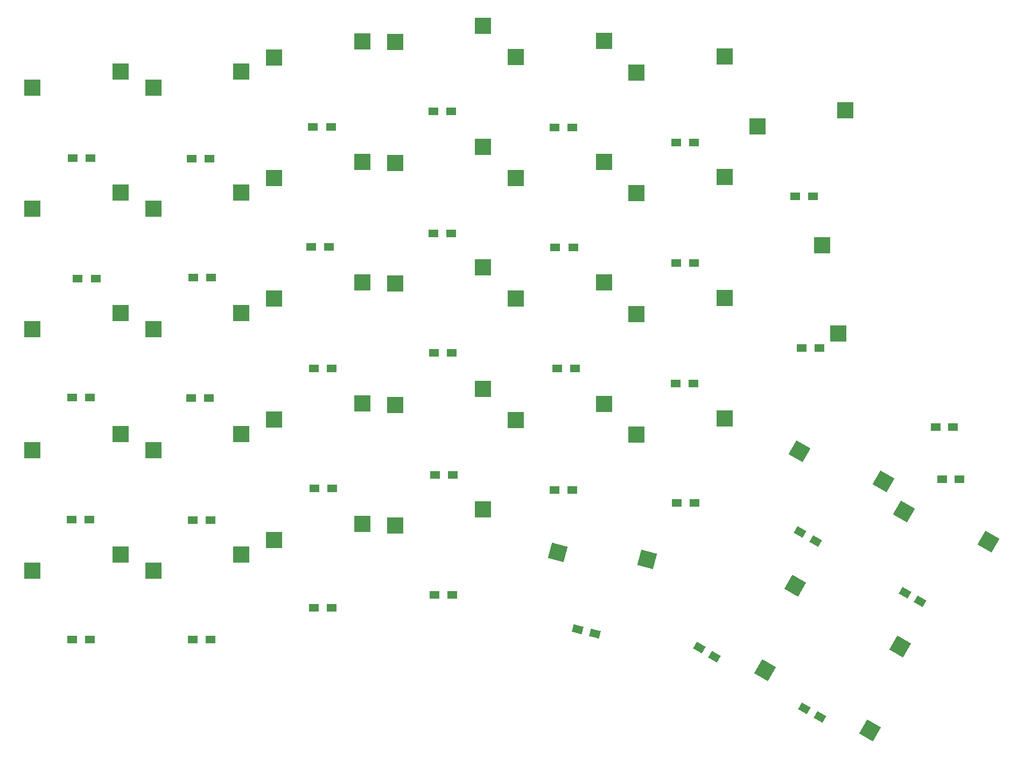
<source format=gbp>
G04 #@! TF.GenerationSoftware,KiCad,Pcbnew,(6.0.11)*
G04 #@! TF.CreationDate,2023-02-13T19:32:05+01:00*
G04 #@! TF.ProjectId,retrex,6e656f64-6f78-42e6-9b69-6361645f7063,1.0*
G04 #@! TF.SameCoordinates,Original*
G04 #@! TF.FileFunction,Paste,Bot*
G04 #@! TF.FilePolarity,Positive*
%FSLAX46Y46*%
G04 Gerber Fmt 4.6, Leading zero omitted, Abs format (unit mm)*
G04 Created by KiCad (PCBNEW (6.0.11)) date 2023-02-13 19:32:05*
%MOMM*%
%LPD*%
G01*
G04 APERTURE LIST*
G04 Aperture macros list*
%AMRotRect*
0 Rectangle, with rotation*
0 The origin of the aperture is its center*
0 $1 length*
0 $2 width*
0 $3 Rotation angle, in degrees counterclockwise*
0 Add horizontal line*
21,1,$1,$2,0,0,$3*%
G04 Aperture macros list end*
%ADD10RotRect,2.550000X2.500000X330.000000*%
%ADD11R,2.550000X2.500000*%
%ADD12R,1.600000X1.200000*%
%ADD13RotRect,1.600000X1.200000X150.000000*%
%ADD14R,2.500000X2.550000*%
%ADD15RotRect,2.550000X2.500000X240.000000*%
%ADD16RotRect,2.550000X2.500000X345.000000*%
%ADD17R,1.500000X1.200000*%
%ADD18RotRect,1.600000X1.200000X165.000000*%
G04 APERTURE END LIST*
D10*
X169170886Y-96790295D03*
X182435338Y-101515591D03*
D11*
X105580000Y-51380000D03*
X119430000Y-48840000D03*
D12*
X130800000Y-64700000D03*
X133600000Y-64700000D03*
D13*
X169275164Y-109500000D03*
X171700036Y-110900000D03*
X169987564Y-137200000D03*
X172412436Y-138600000D03*
D12*
X111700000Y-81300000D03*
X114500000Y-81300000D03*
X111600000Y-43300000D03*
X114400000Y-43300000D03*
D11*
X86580000Y-91760000D03*
X100430000Y-89220000D03*
X67580000Y-58560000D03*
X81430000Y-56020000D03*
D12*
X130700000Y-102900000D03*
X133500000Y-102900000D03*
X54800000Y-88300000D03*
X57600000Y-88300000D03*
D11*
X124580000Y-72760000D03*
X138430000Y-70220000D03*
D14*
X172740000Y-64380000D03*
X175280000Y-78230000D03*
D10*
X185625386Y-106290295D03*
X198889838Y-111015591D03*
D12*
X149900000Y-104900000D03*
X152700000Y-104900000D03*
D11*
X143580000Y-94160000D03*
X157430000Y-91620000D03*
D12*
X73500000Y-88400000D03*
X76300000Y-88400000D03*
X73792900Y-126400000D03*
X76592900Y-126400000D03*
D13*
X153430164Y-127700000D03*
X155855036Y-129100000D03*
D11*
X48580000Y-39560000D03*
X62430000Y-37020000D03*
X124580000Y-53740000D03*
X138430000Y-51200000D03*
D12*
X111600000Y-62500000D03*
X114400000Y-62500000D03*
X73600000Y-50700000D03*
X76400000Y-50700000D03*
D11*
X162580000Y-45660000D03*
X176430000Y-43120000D03*
X48580000Y-77560000D03*
X62430000Y-75020000D03*
D12*
X169500000Y-80500000D03*
X172300000Y-80500000D03*
X73800000Y-107600000D03*
X76600000Y-107600000D03*
D11*
X124580000Y-91840000D03*
X138430000Y-89300000D03*
D15*
X168546605Y-117965886D03*
X163821309Y-131230338D03*
D11*
X105580000Y-32360000D03*
X119430000Y-29820000D03*
D13*
X185775164Y-119000000D03*
X188200036Y-120400000D03*
D12*
X92792900Y-121400000D03*
X95592900Y-121400000D03*
X131100000Y-83700000D03*
X133900000Y-83700000D03*
X73900000Y-69400000D03*
X76700000Y-69400000D03*
D11*
X67580000Y-96560000D03*
X81430000Y-94020000D03*
X86580000Y-110760000D03*
X100430000Y-108220000D03*
D12*
X55700000Y-69600000D03*
X58500000Y-69600000D03*
D11*
X67580000Y-39560000D03*
X81430000Y-37020000D03*
D12*
X149700000Y-86100000D03*
X152500000Y-86100000D03*
D11*
X143580000Y-75160000D03*
X157430000Y-72620000D03*
D12*
X111792900Y-119400000D03*
X114592900Y-119400000D03*
D16*
X131197046Y-112674347D03*
X145232519Y-113805539D03*
D11*
X48580000Y-96560000D03*
X62430000Y-94020000D03*
X86580000Y-72760000D03*
X100430000Y-70220000D03*
X124580000Y-34740000D03*
X138430000Y-32200000D03*
D12*
X54700000Y-107500000D03*
X57500000Y-107500000D03*
X54800000Y-126400000D03*
X57600000Y-126400000D03*
X149800000Y-67100000D03*
X152600000Y-67100000D03*
D11*
X143580000Y-37160000D03*
X157430000Y-34620000D03*
D12*
X168500000Y-56600000D03*
X171300000Y-56600000D03*
D17*
X194350000Y-101200000D03*
X194350000Y-101200000D03*
X191650000Y-101200000D03*
X191650000Y-101200000D03*
D11*
X105580000Y-89460000D03*
X119430000Y-86920000D03*
D12*
X111900000Y-100500000D03*
X114700000Y-100500000D03*
D11*
X86580000Y-34760000D03*
X100430000Y-32220000D03*
X48580000Y-58560000D03*
X62430000Y-56020000D03*
X143580000Y-56120000D03*
X157430000Y-53580000D03*
D12*
X92700000Y-45700000D03*
X95500000Y-45700000D03*
D18*
X134347704Y-124787653D03*
X137052296Y-125512347D03*
D11*
X67580000Y-77560000D03*
X81430000Y-75020000D03*
D12*
X130700000Y-45800000D03*
X133500000Y-45800000D03*
X92400000Y-64600000D03*
X95200000Y-64600000D03*
X92900000Y-102600000D03*
X95700000Y-102600000D03*
X149800000Y-48200000D03*
X152600000Y-48200000D03*
D11*
X105580000Y-108460000D03*
X119430000Y-105920000D03*
X105580000Y-70380000D03*
X119430000Y-67840000D03*
X86580000Y-53760000D03*
X100430000Y-51220000D03*
D12*
X92800000Y-83700000D03*
X95600000Y-83700000D03*
D11*
X67580000Y-115560000D03*
X81430000Y-113020000D03*
D15*
X185009705Y-127470886D03*
X180284409Y-140735338D03*
D17*
X193350000Y-93000000D03*
X193350000Y-93000000D03*
X190650000Y-93000000D03*
X190650000Y-93000000D03*
D11*
X48580000Y-115560000D03*
X62430000Y-113020000D03*
D12*
X54900000Y-50600000D03*
X57700000Y-50600000D03*
M02*

</source>
